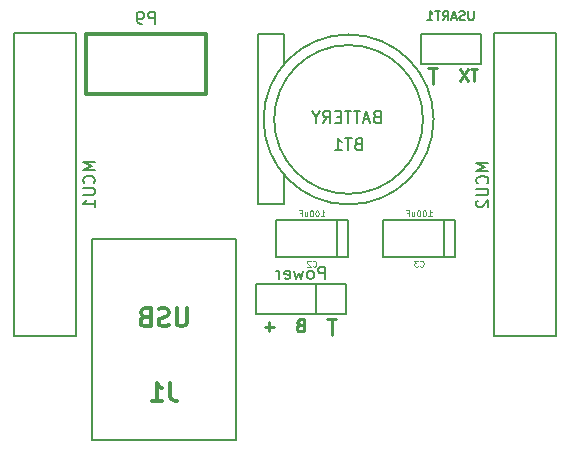
<source format=gbo>
G04 (created by PCBNEW (2013-may-18)-stable) date Вт 14 июн 2016 11:11:36*
%MOIN*%
G04 Gerber Fmt 3.4, Leading zero omitted, Abs format*
%FSLAX34Y34*%
G01*
G70*
G90*
G04 APERTURE LIST*
%ADD10C,0.00590551*%
%ADD11C,0.00984252*%
%ADD12C,0.006*%
%ADD13C,0.005*%
%ADD14C,0.012*%
%ADD15C,0.008*%
%ADD16C,0.0047*%
G04 APERTURE END LIST*
G54D10*
G54D11*
X35190Y-27746D02*
X35490Y-27746D01*
X35340Y-27746D02*
X35340Y-28271D01*
X34271Y-27953D02*
X34215Y-27971D01*
X34196Y-27990D01*
X34178Y-28028D01*
X34178Y-28084D01*
X34196Y-28121D01*
X34215Y-28140D01*
X34253Y-28159D01*
X34403Y-28159D01*
X34403Y-27765D01*
X34271Y-27765D01*
X34234Y-27784D01*
X34215Y-27803D01*
X34196Y-27840D01*
X34196Y-27878D01*
X34215Y-27915D01*
X34234Y-27934D01*
X34271Y-27953D01*
X34403Y-27953D01*
X33409Y-28009D02*
X33109Y-28009D01*
X33259Y-28159D02*
X33259Y-27859D01*
X40193Y-19415D02*
X39968Y-19415D01*
X40081Y-19809D02*
X40081Y-19415D01*
X39874Y-19415D02*
X39612Y-19809D01*
X39612Y-19415D02*
X39874Y-19809D01*
X38562Y-19396D02*
X38862Y-19396D01*
X38712Y-19396D02*
X38712Y-19921D01*
G54D10*
X42811Y-28307D02*
X42811Y-18228D01*
X42811Y-18228D02*
X40763Y-18228D01*
X40763Y-18228D02*
X40763Y-28307D01*
X40763Y-28307D02*
X42811Y-28307D01*
X24763Y-18228D02*
X24763Y-28307D01*
X24763Y-28307D02*
X26811Y-28307D01*
X26811Y-28307D02*
X26811Y-18228D01*
X26811Y-18228D02*
X24763Y-18228D01*
G54D12*
X35825Y-27600D02*
X35825Y-26600D01*
X35825Y-26600D02*
X32825Y-26600D01*
X32825Y-26600D02*
X32825Y-27600D01*
X32825Y-27600D02*
X35825Y-27600D01*
X34825Y-26600D02*
X34825Y-27600D01*
X38300Y-18250D02*
X38300Y-19250D01*
X38300Y-19250D02*
X40300Y-19250D01*
X40300Y-19250D02*
X40300Y-18250D01*
X40300Y-18250D02*
X38300Y-18250D01*
G54D10*
X32868Y-21100D02*
X32868Y-18265D01*
X32868Y-18265D02*
X33734Y-18265D01*
X33734Y-18265D02*
X33734Y-19249D01*
X32868Y-21100D02*
X32868Y-23934D01*
X32868Y-23934D02*
X33380Y-23934D01*
X33380Y-23934D02*
X33734Y-23934D01*
X33734Y-23934D02*
X33734Y-22950D01*
X38734Y-21100D02*
G75*
G03X38734Y-21100I-2834J0D01*
G74*
G01*
X38380Y-21100D02*
G75*
G03X38380Y-21100I-2480J0D01*
G74*
G01*
G54D13*
X35500Y-25700D02*
X35500Y-24450D01*
X33475Y-25700D02*
X33475Y-24450D01*
X33475Y-24450D02*
X35875Y-24450D01*
X35875Y-24450D02*
X35875Y-25700D01*
X35875Y-25700D02*
X33475Y-25700D01*
X39075Y-25700D02*
X39075Y-24450D01*
X37050Y-25700D02*
X37050Y-24450D01*
X37050Y-24450D02*
X39450Y-24450D01*
X39450Y-24450D02*
X39450Y-25700D01*
X39450Y-25700D02*
X37050Y-25700D01*
G54D14*
X31150Y-18250D02*
X27150Y-18250D01*
X27150Y-18250D02*
X27150Y-20250D01*
X27150Y-20250D02*
X31150Y-20250D01*
X31150Y-20250D02*
X31150Y-18250D01*
G54D13*
X32150Y-31800D02*
X27350Y-31800D01*
X27350Y-31800D02*
X27350Y-25100D01*
X27350Y-25100D02*
X32150Y-25100D01*
X32150Y-25100D02*
X32150Y-31800D01*
G54D15*
X40561Y-22546D02*
X40161Y-22546D01*
X40447Y-22680D01*
X40161Y-22813D01*
X40561Y-22813D01*
X40523Y-23232D02*
X40542Y-23213D01*
X40561Y-23156D01*
X40561Y-23118D01*
X40542Y-23060D01*
X40504Y-23022D01*
X40466Y-23003D01*
X40390Y-22984D01*
X40333Y-22984D01*
X40257Y-23003D01*
X40219Y-23022D01*
X40180Y-23060D01*
X40161Y-23118D01*
X40161Y-23156D01*
X40180Y-23213D01*
X40200Y-23232D01*
X40161Y-23403D02*
X40485Y-23403D01*
X40523Y-23422D01*
X40542Y-23441D01*
X40561Y-23480D01*
X40561Y-23556D01*
X40542Y-23594D01*
X40523Y-23613D01*
X40485Y-23632D01*
X40161Y-23632D01*
X40200Y-23803D02*
X40180Y-23822D01*
X40161Y-23860D01*
X40161Y-23956D01*
X40180Y-23994D01*
X40200Y-24013D01*
X40238Y-24032D01*
X40276Y-24032D01*
X40333Y-24013D01*
X40561Y-23784D01*
X40561Y-24032D01*
X27449Y-22534D02*
X27049Y-22534D01*
X27335Y-22667D01*
X27049Y-22801D01*
X27449Y-22801D01*
X27411Y-23220D02*
X27430Y-23201D01*
X27449Y-23143D01*
X27449Y-23105D01*
X27430Y-23048D01*
X27392Y-23010D01*
X27354Y-22991D01*
X27277Y-22972D01*
X27220Y-22972D01*
X27144Y-22991D01*
X27106Y-23010D01*
X27068Y-23048D01*
X27049Y-23105D01*
X27049Y-23143D01*
X27068Y-23201D01*
X27087Y-23220D01*
X27049Y-23391D02*
X27373Y-23391D01*
X27411Y-23410D01*
X27430Y-23429D01*
X27449Y-23467D01*
X27449Y-23543D01*
X27430Y-23582D01*
X27411Y-23601D01*
X27373Y-23620D01*
X27049Y-23620D01*
X27449Y-24020D02*
X27449Y-23791D01*
X27449Y-23905D02*
X27049Y-23905D01*
X27106Y-23867D01*
X27144Y-23829D01*
X27163Y-23791D01*
G54D12*
X35115Y-26411D02*
X35115Y-26011D01*
X34963Y-26011D01*
X34925Y-26030D01*
X34905Y-26050D01*
X34886Y-26088D01*
X34886Y-26145D01*
X34905Y-26183D01*
X34925Y-26202D01*
X34963Y-26221D01*
X35115Y-26221D01*
X34658Y-26411D02*
X34696Y-26392D01*
X34715Y-26373D01*
X34734Y-26335D01*
X34734Y-26221D01*
X34715Y-26183D01*
X34696Y-26164D01*
X34658Y-26145D01*
X34601Y-26145D01*
X34563Y-26164D01*
X34544Y-26183D01*
X34525Y-26221D01*
X34525Y-26335D01*
X34544Y-26373D01*
X34563Y-26392D01*
X34601Y-26411D01*
X34658Y-26411D01*
X34391Y-26145D02*
X34315Y-26411D01*
X34239Y-26221D01*
X34163Y-26411D01*
X34086Y-26145D01*
X33782Y-26392D02*
X33820Y-26411D01*
X33896Y-26411D01*
X33934Y-26392D01*
X33953Y-26354D01*
X33953Y-26202D01*
X33934Y-26164D01*
X33896Y-26145D01*
X33820Y-26145D01*
X33782Y-26164D01*
X33763Y-26202D01*
X33763Y-26240D01*
X33953Y-26278D01*
X33591Y-26411D02*
X33591Y-26145D01*
X33591Y-26221D02*
X33572Y-26183D01*
X33553Y-26164D01*
X33515Y-26145D01*
X33477Y-26145D01*
X40069Y-17491D02*
X40069Y-17734D01*
X40055Y-17762D01*
X40040Y-17777D01*
X40012Y-17791D01*
X39955Y-17791D01*
X39926Y-17777D01*
X39912Y-17762D01*
X39897Y-17734D01*
X39897Y-17491D01*
X39769Y-17777D02*
X39726Y-17791D01*
X39654Y-17791D01*
X39626Y-17777D01*
X39612Y-17762D01*
X39597Y-17734D01*
X39597Y-17705D01*
X39612Y-17677D01*
X39626Y-17662D01*
X39654Y-17648D01*
X39712Y-17634D01*
X39740Y-17620D01*
X39754Y-17605D01*
X39769Y-17577D01*
X39769Y-17548D01*
X39754Y-17520D01*
X39740Y-17505D01*
X39712Y-17491D01*
X39640Y-17491D01*
X39597Y-17505D01*
X39483Y-17705D02*
X39340Y-17705D01*
X39512Y-17791D02*
X39412Y-17491D01*
X39312Y-17791D01*
X39040Y-17791D02*
X39140Y-17648D01*
X39212Y-17791D02*
X39212Y-17491D01*
X39097Y-17491D01*
X39069Y-17505D01*
X39055Y-17520D01*
X39040Y-17548D01*
X39040Y-17591D01*
X39055Y-17620D01*
X39069Y-17634D01*
X39097Y-17648D01*
X39212Y-17648D01*
X38955Y-17491D02*
X38783Y-17491D01*
X38869Y-17791D02*
X38869Y-17491D01*
X38526Y-17791D02*
X38697Y-17791D01*
X38612Y-17791D02*
X38612Y-17491D01*
X38640Y-17534D01*
X38669Y-17562D01*
X38697Y-17577D01*
G54D10*
X36209Y-21913D02*
X36153Y-21931D01*
X36134Y-21950D01*
X36115Y-21988D01*
X36115Y-22044D01*
X36134Y-22081D01*
X36153Y-22100D01*
X36190Y-22119D01*
X36340Y-22119D01*
X36340Y-21725D01*
X36209Y-21725D01*
X36171Y-21744D01*
X36153Y-21763D01*
X36134Y-21800D01*
X36134Y-21838D01*
X36153Y-21875D01*
X36171Y-21894D01*
X36209Y-21913D01*
X36340Y-21913D01*
X36003Y-21725D02*
X35778Y-21725D01*
X35890Y-22119D02*
X35890Y-21725D01*
X35440Y-22119D02*
X35665Y-22119D01*
X35553Y-22119D02*
X35553Y-21725D01*
X35590Y-21781D01*
X35628Y-21819D01*
X35665Y-21838D01*
X36834Y-21003D02*
X36778Y-21021D01*
X36759Y-21040D01*
X36740Y-21078D01*
X36740Y-21134D01*
X36759Y-21171D01*
X36778Y-21190D01*
X36815Y-21209D01*
X36965Y-21209D01*
X36965Y-20815D01*
X36834Y-20815D01*
X36796Y-20834D01*
X36778Y-20853D01*
X36759Y-20890D01*
X36759Y-20928D01*
X36778Y-20965D01*
X36796Y-20984D01*
X36834Y-21003D01*
X36965Y-21003D01*
X36590Y-21096D02*
X36403Y-21096D01*
X36628Y-21209D02*
X36496Y-20815D01*
X36365Y-21209D01*
X36290Y-20815D02*
X36065Y-20815D01*
X36178Y-21209D02*
X36178Y-20815D01*
X35990Y-20815D02*
X35765Y-20815D01*
X35878Y-21209D02*
X35878Y-20815D01*
X35634Y-21003D02*
X35503Y-21003D01*
X35446Y-21209D02*
X35634Y-21209D01*
X35634Y-20815D01*
X35446Y-20815D01*
X35053Y-21209D02*
X35184Y-21021D01*
X35278Y-21209D02*
X35278Y-20815D01*
X35128Y-20815D01*
X35090Y-20834D01*
X35071Y-20853D01*
X35053Y-20890D01*
X35053Y-20946D01*
X35071Y-20984D01*
X35090Y-21003D01*
X35128Y-21021D01*
X35278Y-21021D01*
X34809Y-21021D02*
X34809Y-21209D01*
X34940Y-20815D02*
X34809Y-21021D01*
X34678Y-20815D01*
G54D16*
X34707Y-25985D02*
X34717Y-25995D01*
X34745Y-26004D01*
X34764Y-26004D01*
X34792Y-25995D01*
X34811Y-25976D01*
X34820Y-25957D01*
X34829Y-25920D01*
X34829Y-25892D01*
X34820Y-25854D01*
X34811Y-25835D01*
X34792Y-25817D01*
X34764Y-25807D01*
X34745Y-25807D01*
X34717Y-25817D01*
X34707Y-25826D01*
X34632Y-25826D02*
X34623Y-25817D01*
X34604Y-25807D01*
X34557Y-25807D01*
X34538Y-25817D01*
X34529Y-25826D01*
X34520Y-25845D01*
X34520Y-25864D01*
X34529Y-25892D01*
X34642Y-26004D01*
X34520Y-26004D01*
X34979Y-24329D02*
X35092Y-24329D01*
X35036Y-24329D02*
X35036Y-24132D01*
X35054Y-24160D01*
X35073Y-24179D01*
X35092Y-24189D01*
X34857Y-24132D02*
X34839Y-24132D01*
X34820Y-24142D01*
X34811Y-24151D01*
X34801Y-24170D01*
X34792Y-24207D01*
X34792Y-24254D01*
X34801Y-24292D01*
X34811Y-24310D01*
X34820Y-24320D01*
X34839Y-24329D01*
X34857Y-24329D01*
X34876Y-24320D01*
X34886Y-24310D01*
X34895Y-24292D01*
X34904Y-24254D01*
X34904Y-24207D01*
X34895Y-24170D01*
X34886Y-24151D01*
X34876Y-24142D01*
X34857Y-24132D01*
X34670Y-24132D02*
X34651Y-24132D01*
X34632Y-24142D01*
X34623Y-24151D01*
X34614Y-24170D01*
X34604Y-24207D01*
X34604Y-24254D01*
X34614Y-24292D01*
X34623Y-24310D01*
X34632Y-24320D01*
X34651Y-24329D01*
X34670Y-24329D01*
X34689Y-24320D01*
X34698Y-24310D01*
X34707Y-24292D01*
X34717Y-24254D01*
X34717Y-24207D01*
X34707Y-24170D01*
X34698Y-24151D01*
X34689Y-24142D01*
X34670Y-24132D01*
X34435Y-24198D02*
X34435Y-24329D01*
X34520Y-24198D02*
X34520Y-24301D01*
X34510Y-24320D01*
X34492Y-24329D01*
X34463Y-24329D01*
X34445Y-24320D01*
X34435Y-24310D01*
X34276Y-24226D02*
X34341Y-24226D01*
X34341Y-24329D02*
X34341Y-24132D01*
X34248Y-24132D01*
X38282Y-25985D02*
X38292Y-25995D01*
X38320Y-26004D01*
X38339Y-26004D01*
X38367Y-25995D01*
X38386Y-25976D01*
X38395Y-25957D01*
X38404Y-25920D01*
X38404Y-25892D01*
X38395Y-25854D01*
X38386Y-25835D01*
X38367Y-25817D01*
X38339Y-25807D01*
X38320Y-25807D01*
X38292Y-25817D01*
X38282Y-25826D01*
X38217Y-25807D02*
X38095Y-25807D01*
X38160Y-25882D01*
X38132Y-25882D01*
X38113Y-25892D01*
X38104Y-25901D01*
X38095Y-25920D01*
X38095Y-25967D01*
X38104Y-25985D01*
X38113Y-25995D01*
X38132Y-26004D01*
X38189Y-26004D01*
X38207Y-25995D01*
X38217Y-25985D01*
X38554Y-24329D02*
X38667Y-24329D01*
X38611Y-24329D02*
X38611Y-24132D01*
X38629Y-24160D01*
X38648Y-24179D01*
X38667Y-24189D01*
X38432Y-24132D02*
X38414Y-24132D01*
X38395Y-24142D01*
X38386Y-24151D01*
X38376Y-24170D01*
X38367Y-24207D01*
X38367Y-24254D01*
X38376Y-24292D01*
X38386Y-24310D01*
X38395Y-24320D01*
X38414Y-24329D01*
X38432Y-24329D01*
X38451Y-24320D01*
X38461Y-24310D01*
X38470Y-24292D01*
X38479Y-24254D01*
X38479Y-24207D01*
X38470Y-24170D01*
X38461Y-24151D01*
X38451Y-24142D01*
X38432Y-24132D01*
X38245Y-24132D02*
X38226Y-24132D01*
X38207Y-24142D01*
X38198Y-24151D01*
X38189Y-24170D01*
X38179Y-24207D01*
X38179Y-24254D01*
X38189Y-24292D01*
X38198Y-24310D01*
X38207Y-24320D01*
X38226Y-24329D01*
X38245Y-24329D01*
X38264Y-24320D01*
X38273Y-24310D01*
X38282Y-24292D01*
X38292Y-24254D01*
X38292Y-24207D01*
X38282Y-24170D01*
X38273Y-24151D01*
X38264Y-24142D01*
X38245Y-24132D01*
X38010Y-24198D02*
X38010Y-24329D01*
X38095Y-24198D02*
X38095Y-24301D01*
X38085Y-24320D01*
X38067Y-24329D01*
X38038Y-24329D01*
X38020Y-24320D01*
X38010Y-24310D01*
X37851Y-24226D02*
X37916Y-24226D01*
X37916Y-24329D02*
X37916Y-24132D01*
X37823Y-24132D01*
G54D15*
X29445Y-17911D02*
X29445Y-17511D01*
X29292Y-17511D01*
X29254Y-17530D01*
X29235Y-17550D01*
X29216Y-17588D01*
X29216Y-17645D01*
X29235Y-17683D01*
X29254Y-17702D01*
X29292Y-17721D01*
X29445Y-17721D01*
X29026Y-17911D02*
X28949Y-17911D01*
X28911Y-17892D01*
X28892Y-17873D01*
X28854Y-17816D01*
X28835Y-17740D01*
X28835Y-17588D01*
X28854Y-17550D01*
X28873Y-17530D01*
X28911Y-17511D01*
X28988Y-17511D01*
X29026Y-17530D01*
X29045Y-17550D01*
X29064Y-17588D01*
X29064Y-17683D01*
X29045Y-17721D01*
X29026Y-17740D01*
X28988Y-17759D01*
X28911Y-17759D01*
X28873Y-17740D01*
X28854Y-17721D01*
X28835Y-17683D01*
G54D14*
X29950Y-29892D02*
X29950Y-30321D01*
X29978Y-30407D01*
X30035Y-30464D01*
X30121Y-30492D01*
X30178Y-30492D01*
X29350Y-30492D02*
X29692Y-30492D01*
X29521Y-30492D02*
X29521Y-29892D01*
X29578Y-29978D01*
X29635Y-30035D01*
X29692Y-30064D01*
X30507Y-27392D02*
X30507Y-27878D01*
X30478Y-27935D01*
X30450Y-27964D01*
X30392Y-27992D01*
X30278Y-27992D01*
X30221Y-27964D01*
X30192Y-27935D01*
X30164Y-27878D01*
X30164Y-27392D01*
X29907Y-27964D02*
X29821Y-27992D01*
X29678Y-27992D01*
X29621Y-27964D01*
X29592Y-27935D01*
X29564Y-27878D01*
X29564Y-27821D01*
X29592Y-27764D01*
X29621Y-27735D01*
X29678Y-27707D01*
X29792Y-27678D01*
X29850Y-27650D01*
X29878Y-27621D01*
X29907Y-27564D01*
X29907Y-27507D01*
X29878Y-27450D01*
X29850Y-27421D01*
X29792Y-27392D01*
X29650Y-27392D01*
X29564Y-27421D01*
X29107Y-27678D02*
X29021Y-27707D01*
X28992Y-27735D01*
X28964Y-27792D01*
X28964Y-27878D01*
X28992Y-27935D01*
X29021Y-27964D01*
X29078Y-27992D01*
X29307Y-27992D01*
X29307Y-27392D01*
X29107Y-27392D01*
X29050Y-27421D01*
X29021Y-27450D01*
X28992Y-27507D01*
X28992Y-27564D01*
X29021Y-27621D01*
X29050Y-27650D01*
X29107Y-27678D01*
X29307Y-27678D01*
M02*

</source>
